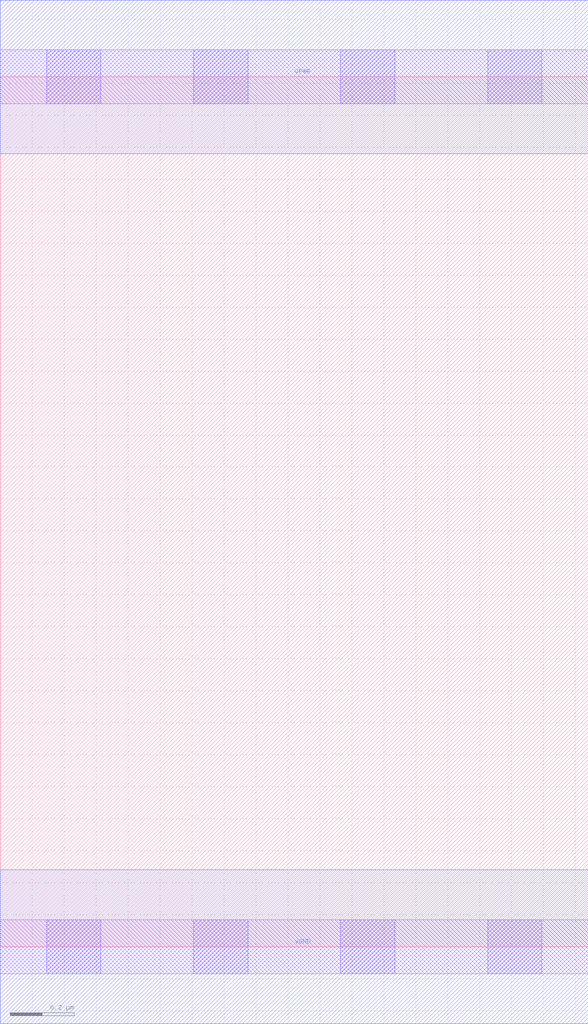
<source format=lef>
# Copyright 2020 The SkyWater PDK Authors
#
# Licensed under the Apache License, Version 2.0 (the "License");
# you may not use this file except in compliance with the License.
# You may obtain a copy of the License at
#
#     https://www.apache.org/licenses/LICENSE-2.0
#
# Unless required by applicable law or agreed to in writing, software
# distributed under the License is distributed on an "AS IS" BASIS,
# WITHOUT WARRANTIES OR CONDITIONS OF ANY KIND, either express or implied.
# See the License for the specific language governing permissions and
# limitations under the License.
#
# SPDX-License-Identifier: Apache-2.0

VERSION 5.7 ;
BUSBITCHARS "[]" ;
DIVIDERCHAR "/" ;
PROPERTYDEFINITIONS
  MACRO maskLayoutSubType STRING ;
  MACRO prCellType STRING ;
  MACRO originalViewName STRING ;
END PROPERTYDEFINITIONS
MACRO sky130_fd_sc_hdll__fill_4
  ORIGIN  0.000000  0.000000 ;
  CLASS CORE SPACER ;
  SYMMETRY X Y R90 ;
  SIZE  1.840000 BY  2.720000 ;
  SITE unithd ;
  PIN VGND
    DIRECTION INOUT ;
    USE GROUND ;
    PORT
      LAYER met1 ;
        RECT 0.000000 -0.240000 1.840000 0.240000 ;
    END
  END VGND
  PIN VNB
    DIRECTION INOUT ;
    USE GROUND ;
    PORT
    END
  END VNB
  PIN VPB
    DIRECTION INOUT ;
    USE POWER ;
    PORT
    END
  END VPB
  PIN VPWR
    DIRECTION INOUT ;
    USE POWER ;
    PORT
      LAYER met1 ;
        RECT 0.000000 2.480000 1.840000 2.960000 ;
    END
  END VPWR
  OBS
    LAYER li1 ;
      RECT 0.000000 -0.085000 1.840000 0.085000 ;
      RECT 0.000000  2.635000 1.840000 2.805000 ;
    LAYER mcon ;
      RECT 0.145000 -0.085000 0.315000 0.085000 ;
      RECT 0.145000  2.635000 0.315000 2.805000 ;
      RECT 0.605000 -0.085000 0.775000 0.085000 ;
      RECT 0.605000  2.635000 0.775000 2.805000 ;
      RECT 1.065000 -0.085000 1.235000 0.085000 ;
      RECT 1.065000  2.635000 1.235000 2.805000 ;
      RECT 1.525000 -0.085000 1.695000 0.085000 ;
      RECT 1.525000  2.635000 1.695000 2.805000 ;
  END
  PROPERTY maskLayoutSubType "abstract" ;
  PROPERTY prCellType "standard" ;
  PROPERTY originalViewName "layout" ;
END sky130_fd_sc_hdll__fill_4
END LIBRARY

</source>
